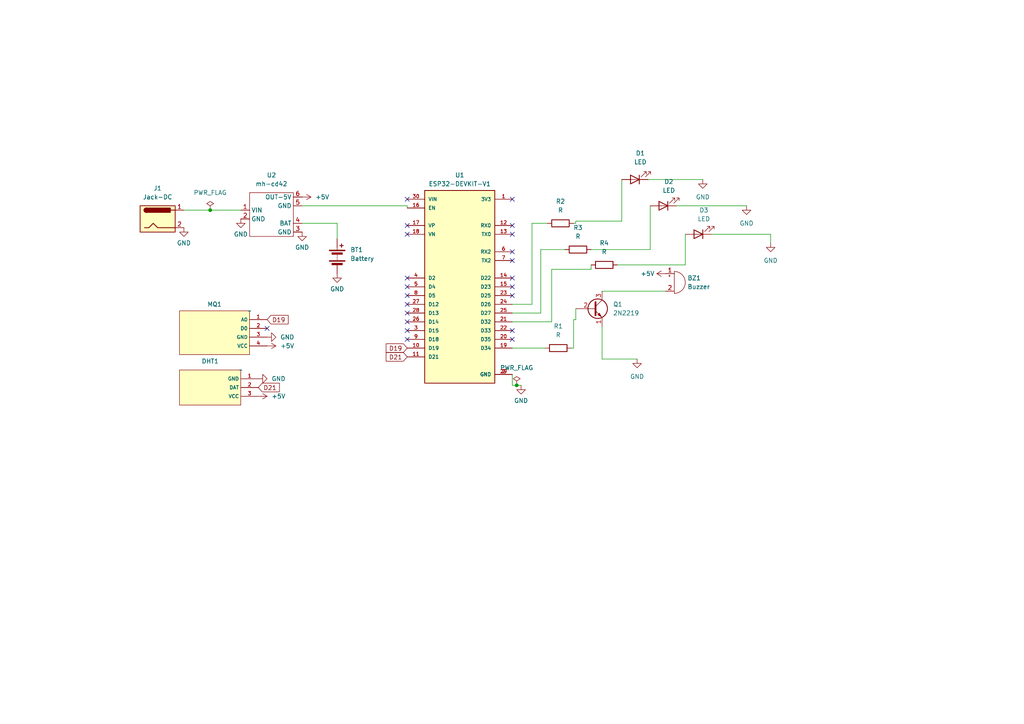
<source format=kicad_sch>
(kicad_sch (version 20230121) (generator eeschema)
  (paper "A4")
  (lib_symbols
    (symbol "Connector:Jack-DC" (pin_names (offset 1.016))
      (property "Reference" "J" (at 0 5.334 0))
      (property "Value" "Jack-DC" (at 0 -5.08 0))
      (symbol "Jack-DC_0_1"
        (rectangle (start -5.08 3.81) (end 5.08 -3.81) (stroke (width 0.254)) (fill (type background)))
        (arc (start -3.302 3.175) (mid -3.9343 2.54) (end -3.302 1.905) (stroke (width 0.254)))
        (arc (start -3.302 3.175) (mid -3.9343 2.54) (end -3.302 1.905) (stroke (width 0.254)) (fill (type outline)))
        (polyline (pts (xy 5.08 2.54) (xy 3.81 2.54)) (stroke (width 0.254)))
        (polyline (pts (xy -3.81 -2.54) (xy -2.54 -2.54) (xy -1.27 -1.27) (xy 0 -2.54) (xy 2.54 -2.54) (xy 5.08 -2.54)) (stroke (width 0.254)))
        (rectangle (start 3.683 3.175) (end -3.302 1.905) (stroke (width 0.254)) (fill (type outline)))
      )
      (symbol "Jack-DC_1_1"
        (pin passive line (at 7.62 2.54 180) (length 2.54) (name "~") (number "1"))
        (pin passive line (at 7.62 -2.54 180) (length 2.54) (name "~") (number "2"))
      )
    )
    (symbol "DHT11:DHT11"
      (property "Reference" "DHT11" (at -10.16 -5.08 0))
      (symbol "DHT11_1_0"
        (pin input line (at 5.08 -2.54 180) (length 5.08) (name "GND") (number "1"))
        (pin input line (at 5.08 -5.08 180) (length 5.08) (name "DAT") (number "2"))
        (pin input line (at 5.08 -7.62 180) (length 5.08) (name "VCC") (number "3"))
      )
      (symbol "DHT11_1_1"
        (polyline (pts (xy 0 0) (xy 0 -10.16) (xy -17.78 -10.16) (xy -17.78 0) (xy 0 0)) (fill (type background)))
      )
    )
    (symbol "Device:Battery" (pin_numbers hide) (pin_names (offset 0) hide)
      (property "Reference" "BT" (at 2.54 2.54 0))
      (property "Value" "Battery" (at 2.54 0 0))
      (symbol "Battery_0_1"
        (rectangle (start -2.286 -1.27) (end 2.286 -1.524) (fill (type outline)))
        (rectangle (start -2.286 1.778) (end 2.286 1.524) (fill (type outline)))
        (rectangle (start -1.524 -2.032) (end 1.524 -2.54) (fill (type outline)))
        (rectangle (start -1.524 1.016) (end 1.524 0.508) (fill (type outline)))
        (polyline (pts (xy 0 -1.016) (xy 0 -0.762)))
        (polyline (pts (xy 0 -0.508) (xy 0 -0.254)))
        (polyline (pts (xy 0 0) (xy 0 0.254)))
        (polyline (pts (xy 0 1.778) (xy 0 2.54)))
        (polyline (pts (xy 0.762 3.048) (xy 1.778 3.048)) (stroke (width 0.254)))
        (polyline (pts (xy 1.27 3.556) (xy 1.27 2.54)) (stroke (width 0.254)))
      )
      (symbol "Battery_1_1"
        (pin passive line (at 0 5.08 270) (length 2.54) (name "+") (number "1"))
        (pin passive line (at 0 -5.08 90) (length 2.54) (name "-") (number "2"))
      )
    )
    (symbol "Device:Buzzer" (pin_names (offset 0.0254) hide)
      (property "Reference" "BZ" (at 3.81 1.27 0))
      (property "Value" "Buzzer" (at 3.81 -1.27 0))
      (symbol "Buzzer_0_1"
        (arc (start 0 -3.175) (mid 3.1612 0) (end 0 3.175))
        (polyline (pts (xy -1.651 1.905) (xy -1.143 1.905)))
        (polyline (pts (xy -1.397 2.159) (xy -1.397 1.651)))
        (polyline (pts (xy 0 3.175) (xy 0 -3.175)))
      )
      (symbol "Buzzer_1_1"
        (pin passive line (at -2.54 2.54 0) (length 2.54) (name "-") (number "1"))
        (pin passive line (at -2.54 -2.54 0) (length 2.54) (name "+") (number "2"))
      )
    )
    (symbol "Device:LED" (pin_numbers hide) (pin_names (offset 1.016) hide)
      (property "Reference" "D" (at 0 2.54 0))
      (property "Value" "LED" (at 0 -2.54 0))
      (symbol "LED_0_1"
        (polyline (pts (xy -1.27 -1.27) (xy -1.27 1.27)) (stroke (width 0.254)))
        (polyline (pts (xy -1.27 0) (xy 1.27 0)))
        (polyline (pts (xy 1.27 -1.27) (xy 1.27 1.27) (xy -1.27 0) (xy 1.27 -1.27)) (stroke (width 0.254)))
        (polyline (pts (xy -3.048 -0.762) (xy -4.572 -2.286) (xy -3.81 -2.286) (xy -4.572 -2.286) (xy -4.572 -1.524)))
        (polyline (pts (xy -1.778 -0.762) (xy -3.302 -2.286) (xy -2.54 -2.286) (xy -3.302 -2.286) (xy -3.302 -1.524)))
      )
      (symbol "LED_1_1"
        (pin passive line (at -3.81 0 0) (length 2.54) (name "K") (number "1"))
        (pin passive line (at 3.81 0 180) (length 2.54) (name "A") (number "2"))
      )
    )
    (symbol "Device:R" (pin_numbers hide) (pin_names (offset 0))
      (property "Reference" "R" (at 2.032 0 90))
      (property "Value" "R" (at 0 0 90))
      (symbol "R_0_1"
        (rectangle (start -1.016 -2.54) (end 1.016 2.54) (stroke (width 0.254)))
      )
      (symbol "R_1_1"
        (pin passive line (at 0 3.81 270) (length 1.27) (name "~") (number "1"))
        (pin passive line (at 0 -3.81 90) (length 1.27) (name "~") (number "2"))
      )
    )
    (symbol "ESP32-DEVKIT-V1:ESP32-DEVKIT-V1" (pin_names (offset 1.016))
      (property "Reference" "U" (at -10.16 30.48 0))
      (property "Value" "ESP32-DEVKIT-V1" (at -10.16 -30.48 0))
      (symbol "ESP32-DEVKIT-V1_0_0"
        (rectangle (start -10.16 -27.94) (end 10.16 27.94) (stroke (width 0.254)) (fill (type background)))
        (pin output line (at 15.24 25.4 180) (length 5.08) (name "3V3") (number "1"))
        (pin bidirectional line (at -15.24 -17.78 0) (length 5.08) (name "D19") (number "10"))
        (pin bidirectional line (at -15.24 -20.32 0) (length 5.08) (name "D21") (number "11"))
        (pin input line (at 15.24 17.78 180) (length 5.08) (name "RX0") (number "12"))
        (pin output line (at 15.24 15.24 180) (length 5.08) (name "TX0") (number "13"))
        (pin bidirectional line (at 15.24 2.54 180) (length 5.08) (name "D22") (number "14"))
        (pin bidirectional line (at 15.24 0 180) (length 5.08) (name "D23") (number "15"))
        (pin input line (at -15.24 22.86 0) (length 5.08) (name "EN") (number "16"))
        (pin bidirectional line (at -15.24 17.78 0) (length 5.08) (name "VP") (number "17"))
        (pin bidirectional line (at -15.24 15.24 0) (length 5.08) (name "VN") (number "18"))
        (pin bidirectional line (at 15.24 -17.78 180) (length 5.08) (name "D34") (number "19"))
        (pin power_in line (at 15.24 -25.4 180) (length 5.08) (name "GND") (number "2"))
        (pin bidirectional line (at 15.24 -15.24 180) (length 5.08) (name "D35") (number "20"))
        (pin bidirectional line (at 15.24 -10.16 180) (length 5.08) (name "D32") (number "21"))
        (pin bidirectional line (at 15.24 -12.7 180) (length 5.08) (name "D33") (number "22"))
        (pin bidirectional line (at 15.24 -2.54 180) (length 5.08) (name "D25") (number "23"))
        (pin bidirectional line (at 15.24 -5.08 180) (length 5.08) (name "D26") (number "24"))
        (pin bidirectional line (at 15.24 -7.62 180) (length 5.08) (name "D27") (number "25"))
        (pin bidirectional line (at -15.24 -10.16 0) (length 5.08) (name "D14") (number "26"))
        (pin bidirectional line (at -15.24 -5.08 0) (length 5.08) (name "D12") (number "27"))
        (pin bidirectional line (at -15.24 -7.62 0) (length 5.08) (name "D13") (number "28"))
        (pin power_in line (at 15.24 -25.4 180) (length 5.08) (name "GND") (number "29"))
        (pin bidirectional line (at -15.24 -12.7 0) (length 5.08) (name "D15") (number "3"))
        (pin input line (at -15.24 25.4 0) (length 5.08) (name "VIN") (number "30"))
        (pin bidirectional line (at -15.24 2.54 0) (length 5.08) (name "D2") (number "4"))
        (pin bidirectional line (at -15.24 0 0) (length 5.08) (name "D4") (number "5"))
        (pin input line (at 15.24 10.16 180) (length 5.08) (name "RX2") (number "6"))
        (pin output line (at 15.24 7.62 180) (length 5.08) (name "TX2") (number "7"))
        (pin bidirectional line (at -15.24 -2.54 0) (length 5.08) (name "D5") (number "8"))
        (pin bidirectional line (at -15.24 -15.24 0) (length 5.08) (name "D18") (number "9"))
      )
    )
    (symbol "MQ135:MQ135"
      (property "Reference" "MQ135" (at -12.7 -7.62 0))
      (symbol "MQ135_1_0"
        (pin input line (at 5.08 -2.54 180) (length 5.08) (name "A0") (number "1"))
        (pin input line (at 5.08 -5.08 180) (length 5.08) (name "D0") (number "2"))
        (pin input line (at 5.08 -7.62 180) (length 5.08) (name "GND") (number "3"))
        (pin input line (at 5.08 -10.16 180) (length 5.08) (name "VCC") (number "4"))
      )
      (symbol "MQ135_1_1"
        (polyline (pts (xy 0 0) (xy 0 -12.7) (xy -20.32 -12.7) (xy -20.32 0) (xy 0 0)) (fill (type background)))
      )
    )
    (symbol "Transistor_BJT:2N2219" (pin_names (offset 0) hide)
      (property "Reference" "Q" (at 5.08 1.905 0))
      (property "Value" "2N2219" (at 5.08 0 0))
      (symbol "2N2219_0_1"
        (polyline (pts (xy 0.635 0.635) (xy 2.54 2.54)))
        (polyline (pts (xy 0.635 -0.635) (xy 2.54 -2.54) (xy 2.54 -2.54)))
        (polyline (pts (xy 0.635 1.905) (xy 0.635 -1.905) (xy 0.635 -1.905)) (stroke (width 0.508)))
        (polyline (pts (xy 1.27 -1.778) (xy 1.778 -1.27) (xy 2.286 -2.286) (xy 1.27 -1.778) (xy 1.27 -1.778)) (fill (type outline)))
        (circle (center 1.27 0) (radius 2.8194) (stroke (width 0.254)))
      )
      (symbol "2N2219_1_1"
        (pin passive line (at 2.54 -5.08 90) (length 2.54) (name "E") (number "1"))
        (pin passive line (at -5.08 0 0) (length 5.715) (name "B") (number "2"))
        (pin passive line (at 2.54 5.08 270) (length 2.54) (name "C") (number "3"))
      )
    )
    (symbol "cd42:mh-cd42"
      (property "Reference" "U" (at 0 7.62 0))
      (property "Value" "mh-cd42" (at 0 -7.62 0))
      (symbol "mh-cd42_0_1"
        (rectangle (start -6.35 6.35) (end 6.35 -6.35))
      )
      (symbol "mh-cd42_1_1"
        (pin power_in line (at -8.89 1.27 0) (length 2.54) (name "VIN") (number "1"))
        (pin passive line (at -8.89 -1.27 0) (length 2.54) (name "GND") (number "2"))
        (pin passive line (at 8.89 -5.08 180) (length 2.54) (name "GND") (number "3"))
        (pin passive line (at 8.89 -2.54 180) (length 2.54) (name "BAT") (number "4"))
        (pin passive line (at 8.89 2.54 180) (length 2.54) (name "GND") (number "5"))
        (pin power_out line (at 8.89 5.08 180) (length 2.54) (name "OUT-5V") (number "6"))
      )
    )
    (symbol "power:+5V" (power) (pin_names (offset 0))
      (property "Value" "+5V" (at 0 3.556 0))
      (symbol "+5V_0_1"
        (polyline (pts (xy -0.762 1.27) (xy 0 2.54)))
        (polyline (pts (xy 0 0) (xy 0 2.54)))
        (polyline (pts (xy 0 2.54) (xy 0.762 1.27)))
      )
      (symbol "+5V_1_1"
        (pin power_in line (at 0 0 90) (length 0) hide (name "+5V") (number "1"))
      )
    )
    (symbol "power:GND" (power) (pin_names (offset 0))
      (property "Value" "GND" (at 0 -3.81 0))
      (symbol "GND_0_1"
        (polyline (pts (xy 0 0) (xy 0 -1.27) (xy 1.27 -1.27) (xy 0 -2.54) (xy -1.27 -1.27) (xy 0 -1.27)))
      )
      (symbol "GND_1_1"
        (pin power_in line (at 0 0 270) (length 0) hide (name "GND") (number "1"))
      )
    )
    (symbol "power:PWR_FLAG" (power) (pin_numbers hide) (pin_names (offset 0) hide)
      (property "Value" "PWR_FLAG" (at 0 3.81 0))
      (symbol "PWR_FLAG_0_0"
        (pin power_out line (at 0 0 90) (length 0) (name "pwr") (number "1"))
      )
      (symbol "PWR_FLAG_0_1"
        (polyline (pts (xy 0 0) (xy 0 1.27) (xy -1.016 1.905) (xy 0 2.54) (xy 1.016 1.905) (xy 0 1.27)))
      )
    )
  )
  (junction (at 149.86 111.76))
  (junction (at 60.96 60.96))
  (no_connect (at 118.11 83.185))
  (no_connect (at 148.59 67.945))
  (no_connect (at 118.11 80.645))
  (no_connect (at 118.11 67.945))
  (no_connect (at 148.59 98.425))
  (no_connect (at 148.59 95.885))
  (no_connect (at 148.59 75.565))
  (no_connect (at 118.11 90.805))
  (no_connect (at 148.59 65.405))
  (no_connect (at 118.11 85.725))
  (no_connect (at 118.11 65.405))
  (no_connect (at 118.11 95.885))
  (no_connect (at 118.11 98.425))
  (no_connect (at 148.59 80.645))
  (no_connect (at 118.11 93.345))
  (no_connect (at 118.11 57.785))
  (no_connect (at 148.59 85.725))
  (no_connect (at 148.59 83.185))
  (no_connect (at 77.47 95.25))
  (no_connect (at 118.11 88.265))
  (no_connect (at 148.59 57.785))
  (no_connect (at 148.59 73.025))
  (wire (pts (xy 174.625 94.615) (xy 174.625 104.14)))
  (wire (pts (xy 97.79 64.77) (xy 97.79 69.215)))
  (wire (pts (xy 148.59 88.265) (xy 154.305 88.265)))
  (wire (pts (xy 167.005 64.77) (xy 167.005 64.135)))
  (wire (pts (xy 165.735 100.965) (xy 166.37 100.965)))
  (wire (pts (xy 148.59 111.76) (xy 148.59 108.585)))
  (wire (pts (xy 160.02 78.105) (xy 171.45 78.105)))
  (wire (pts (xy 167.005 92.71) (xy 167.005 89.535)))
  (wire (pts (xy 166.37 64.77) (xy 167.005 64.77)))
  (wire (pts (xy 148.59 93.345) (xy 160.02 93.345)))
  (wire (pts (xy 118.11 59.69) (xy 118.11 60.325)))
  (wire (pts (xy 87.63 64.77) (xy 97.79 64.77)))
  (wire (pts (xy 156.845 72.39) (xy 163.83 72.39)))
  (wire (pts (xy 187.96 52.07) (xy 203.835 52.07)))
  (wire (pts (xy 160.02 78.105) (xy 160.02 93.345)))
  (wire (pts (xy 198.755 76.835) (xy 198.755 67.945)))
  (wire (pts (xy 171.45 78.105) (xy 171.45 76.835)))
  (wire (pts (xy 148.59 90.805) (xy 156.845 90.805)))
  (wire (pts (xy 174.625 84.455) (xy 193.04 84.455)))
  (wire (pts (xy 180.34 52.07) (xy 180.34 64.135)))
  (wire (pts (xy 171.45 72.39) (xy 188.595 72.39)))
  (wire (pts (xy 223.52 67.945) (xy 223.52 70.485)))
  (wire (pts (xy 166.37 92.71) (xy 167.005 92.71)))
  (wire (pts (xy 154.305 88.265) (xy 154.305 64.77)))
  (wire (pts (xy 53.34 60.96) (xy 60.96 60.96)))
  (wire (pts (xy 167.005 64.135) (xy 180.34 64.135)))
  (wire (pts (xy 174.625 104.14) (xy 184.785 104.14)))
  (wire (pts (xy 196.215 59.69) (xy 216.535 59.69)))
  (wire (pts (xy 179.07 76.835) (xy 198.755 76.835)))
  (wire (pts (xy 151.13 111.76) (xy 149.86 111.76)))
  (wire (pts (xy 154.305 64.77) (xy 158.75 64.77)))
  (wire (pts (xy 60.96 60.96) (xy 69.85 60.96)))
  (wire (pts (xy 156.845 72.39) (xy 156.845 90.805)))
  (wire (pts (xy 188.595 72.39) (xy 188.595 59.69)))
  (wire (pts (xy 166.37 100.965) (xy 166.37 92.71)))
  (wire (pts (xy 206.375 67.945) (xy 223.52 67.945)))
  (wire (pts (xy 148.59 100.965) (xy 158.115 100.965)))
  (wire (pts (xy 87.63 59.69) (xy 118.11 59.69)))
  (wire (pts (xy 149.86 111.76) (xy 148.59 111.76)))
  (global_label "D21" (shape input) (at 74.93 112.395 0) (property "Intersheetrefs" "${INTERSHEET_REFS}" (effects hide)))
  (global_label "D19" (shape input) (at 77.47 92.71 0) (property "Intersheetrefs" "${INTERSHEET_REFS}" (effects hide)))
  (global_label "D21" (shape input) (at 118.11 103.505 180) (property "Intersheetrefs" "${INTERSHEET_REFS}" (effects hide)))
  (global_label "D19" (shape input) (at 118.11 100.965 180) (property "Intersheetrefs" "${INTERSHEET_REFS}" (effects hide)))
  (symbol (lib_id "Device:Battery") (at 97.79 74.295 0) (unit 1)
    (property "Reference" "BT1" (at 101.6 72.4535 0) (effects (justify left)))
    (property "Value" "Battery" (at 101.6 74.9935 0) (effects (justify left)))
    (property "Footprint" "Battery:BatteryHolder_MPD_BH-18650-PC2" (effects hide))
  )
  (symbol (lib_id "Device:LED") (at 192.405 59.69 180) (unit 1)
    (property "Reference" "D2" (at 193.9925 52.705 0))
    (property "Value" "LED" (at 193.9925 55.245 0))
    (property "Footprint" "LED_THT:LED_D5.0mm" (effects hide))
  )
  (symbol (lib_id "power:GND") (at 151.13 111.76 0) (unit 1)
    (property "Reference" "#PWR01" (effects hide))
    (property "Value" "GND" (at 151.13 116.205 0))
  )
  (symbol (lib_id "power:+5V") (at 74.93 114.935 270) (unit 1)
    (property "Reference" "#PWR08" (effects hide))
    (property "Value" "+5V" (at 78.74 114.935 90) (effects (justify left)))
  )
  (symbol (lib_id "ESP32-DEVKIT-V1:ESP32-DEVKIT-V1") (at 133.35 83.185 0) (unit 1)
    (property "Reference" "U1" (at 133.35 50.8 0))
    (property "Value" "ESP32-DEVKIT-V1" (at 133.35 53.34 0))
    (property "Footprint" "ESP32-DEVKIT-V1:MODULE_ESP32_DEVKIT_V1" (effects hide))
    (property "MF" "Do it" (effects hide))
    (property "MAXIMUM_PACKAGE_HEIGHT" "6.8 mm" (effects hide))
    (property "Package" "None" (effects hide))
    (property "Price" "None" (effects hide))
    (property "Check_prices" "https://www.snapeda.com/parts/ESP32-DEVKIT-V1/Do+it/view-part/?ref=eda" (effects hide))
    (property "STANDARD" "Manufacturer Recommendations" (effects hide))
    (property "PARTREV" "N/A" (effects hide))
    (property "SnapEDA_Link" "https://www.snapeda.com/parts/ESP32-DEVKIT-V1/Do+it/view-part/?ref=snap" (effects hide))
    (property "MP" "ESP32-DEVKIT-V1" (effects hide))
    (property "Description" "\nDual core, Wi-Fi: 2.4 GHz up to 150 Mbits/s,BLE (Bluetooth Low Energy) and legacy Bluetooth, 32 bits, Up to 240 MHz\n" (effects hide))
    (property "Availability" "Not in stock" (effects hide))
    (property "MANUFACTURER" "DOIT" (effects hide))
  )
  (symbol (lib_id "power:GND") (at 97.79 79.375 0) (unit 1)
    (property "Reference" "#PWR015" (effects hide))
    (property "Value" "GND" (at 97.79 83.82 0))
  )
  (symbol (lib_id "Device:LED") (at 184.15 52.07 180) (unit 1)
    (property "Reference" "D1" (at 185.7375 44.45 0))
    (property "Value" "LED" (at 185.7375 46.99 0))
    (property "Footprint" "LED_THT:LED_D5.0mm" (effects hide))
  )
  (symbol (lib_id "power:GND") (at 77.47 97.79 90) (unit 1)
    (property "Reference" "#PWR013" (effects hide))
    (property "Value" "GND" (at 81.28 97.79 90) (effects (justify right)))
  )
  (symbol (lib_id "power:+5V") (at 193.04 79.375 90) (unit 1)
    (property "Reference" "#PWR03" (effects hide))
    (property "Value" "+5V" (at 189.865 79.375 90) (effects (justify left)))
  )
  (symbol (lib_id "Device:R") (at 162.56 64.77 90) (unit 1)
    (property "Reference" "R2" (at 162.56 58.42 90))
    (property "Value" "R" (at 162.56 60.96 90))
    (property "Footprint" "Resistor_THT:R_Axial_DIN0204_L3.6mm_D1.6mm_P5.08mm_Horizontal" (effects hide))
  )
  (symbol (lib_id "Connector:Jack-DC") (at 45.72 63.5 0) (unit 1)
    (property "Reference" "J1" (at 45.72 54.61 0))
    (property "Value" "Jack-DC" (at 45.72 57.15 0))
    (property "Footprint" "Connector_BarrelJack:BarrelJack_Horizontal" (effects hide))
  )
  (symbol (lib_id "Device:Buzzer") (at 195.58 81.915 0) (unit 1)
    (property "Reference" "BZ1" (at 199.39 80.645 0) (effects (justify left)))
    (property "Value" "Buzzer" (at 199.39 83.185 0) (effects (justify left)))
    (property "Footprint" "Buzzer_Beeper:Buzzer_12x9.5RM7.6" (effects hide))
  )
  (symbol (lib_id "MQ135:MQ135") (at 72.39 90.17 0) (unit 1)
    (property "Reference" "MQ1" (at 62.23 88.265 0))
    (property "Value" "~" (at 72.39 90.17 0))
    (property "Footprint" "MQ135:MQ135" (effects hide))
  )
  (symbol (lib_id "power:GND") (at 53.34 66.04 0) (unit 1)
    (property "Reference" "#PWR014" (effects hide))
    (property "Value" "GND" (at 53.34 70.485 0))
  )
  (symbol (lib_id "power:+5V") (at 77.47 100.33 270) (unit 1)
    (property "Reference" "#PWR07" (effects hide))
    (property "Value" "+5V" (at 81.28 100.33 90) (effects (justify left)))
  )
  (symbol (lib_id "DHT11:DHT11") (at 69.85 107.315 0) (unit 1)
    (property "Reference" "DHT1" (at 60.96 104.775 0))
    (property "Value" "~" (at 69.85 107.315 0))
    (property "Footprint" "DHT11:Aosong_DHT11_5.5x12.0_P2.54mm" (effects hide))
  )
  (symbol (lib_id "power:GND") (at 74.93 109.855 90) (unit 1)
    (property "Reference" "#PWR012" (effects hide))
    (property "Value" "GND" (at 78.74 109.855 90) (effects (justify right)))
  )
  (symbol (lib_id "power:PWR_FLAG") (at 60.96 60.96 0) (unit 1)
    (property "Reference" "#FLG01" (effects hide))
    (property "Value" "PWR_FLAG" (at 60.96 55.88 0))
  )
  (symbol (lib_id "Device:R") (at 175.26 76.835 90) (unit 1)
    (property "Reference" "R4" (at 175.26 70.485 90))
    (property "Value" "R" (at 175.26 73.025 90))
    (property "Footprint" "Resistor_THT:R_Axial_DIN0204_L3.6mm_D1.6mm_P5.08mm_Horizontal" (effects hide))
  )
  (symbol (lib_id "power:GND") (at 223.52 70.485 0) (unit 1)
    (property "Reference" "#PWR06" (effects hide))
    (property "Value" "GND" (at 223.52 75.565 0))
  )
  (symbol (lib_id "power:+5V") (at 87.63 57.15 270) (unit 1)
    (property "Reference" "#PWR09" (effects hide))
    (property "Value" "+5V" (at 91.44 57.15 90) (effects (justify left)))
  )
  (symbol (lib_id "power:GND") (at 203.835 52.07 0) (unit 1)
    (property "Reference" "#PWR04" (effects hide))
    (property "Value" "GND" (at 203.835 57.15 0))
  )
  (symbol (lib_id "Device:R") (at 167.64 72.39 90) (unit 1)
    (property "Reference" "R3" (at 167.64 66.04 90))
    (property "Value" "R" (at 167.64 68.58 90))
    (property "Footprint" "Resistor_THT:R_Axial_DIN0204_L3.6mm_D1.6mm_P5.08mm_Horizontal" (effects hide))
  )
  (symbol (lib_id "Device:LED") (at 202.565 67.945 180) (unit 1)
    (property "Reference" "D3" (at 204.1525 60.96 0))
    (property "Value" "LED" (at 204.1525 63.5 0))
    (property "Footprint" "LED_THT:LED_D5.0mm" (effects hide))
  )
  (symbol (lib_id "power:GND") (at 216.535 59.69 0) (unit 1)
    (property "Reference" "#PWR05" (effects hide))
    (property "Value" "GND" (at 216.535 64.77 0))
  )
  (symbol (lib_id "cd42:mh-cd42") (at 78.74 62.23 0) (unit 1)
    (property "Reference" "U2" (at 78.74 50.8 0))
    (property "Value" "mh-cd42" (at 78.74 53.34 0))
    (property "Footprint" "cd42:mh-cd42" (effects hide))
  )
  (symbol (lib_id "power:GND") (at 69.85 63.5 0) (unit 1)
    (property "Reference" "#PWR011" (effects hide))
    (property "Value" "GND" (at 69.85 67.945 0))
  )
  (symbol (lib_id "Device:R") (at 161.925 100.965 90) (unit 1)
    (property "Reference" "R1" (at 161.925 94.615 90))
    (property "Value" "R" (at 161.925 97.155 90))
    (property "Footprint" "Resistor_THT:R_Axial_DIN0204_L3.6mm_D1.6mm_P5.08mm_Horizontal" (effects hide))
  )
  (symbol (lib_id "power:PWR_FLAG") (at 149.86 111.76 0) (unit 1)
    (property "Reference" "#FLG02" (effects hide))
    (property "Value" "PWR_FLAG" (at 149.86 106.68 0))
  )
  (symbol (lib_id "Transistor_BJT:2N2219") (at 172.085 89.535 0) (unit 1)
    (property "Reference" "Q1" (at 177.8 88.265 0) (effects (justify left)))
    (property "Value" "2N2219" (at 177.8 90.805 0) (effects (justify left)))
    (property "Footprint" "Package_TO_SOT_THT:TO-39-3" (effects hide))
    (property "Datasheet" "http://www.onsemi.com/pub_link/Collateral/2N2219-D.PDF" (effects hide))
  )
  (symbol (lib_id "power:GND") (at 184.785 104.14 0) (unit 1)
    (property "Reference" "#PWR02" (effects hide))
    (property "Value" "GND" (at 184.785 109.22 0))
  )
  (symbol (lib_id "power:GND") (at 87.63 67.31 0) (unit 1)
    (property "Reference" "#PWR010" (effects hide))
    (property "Value" "GND" (at 87.63 71.755 0))
  )
)
</source>
